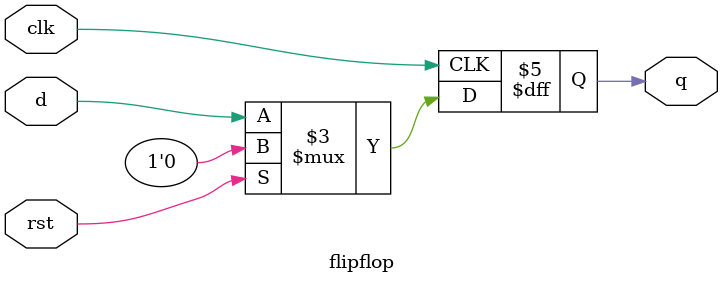
<source format=v>
module flipflop(d,clk,rst,q);
input d,clk,rst;
output reg q;
always @ (posedge clk)
  begin
   if(rst)
     q<=1'b0;
   else
     q<=d;
   end
endmodule
</source>
